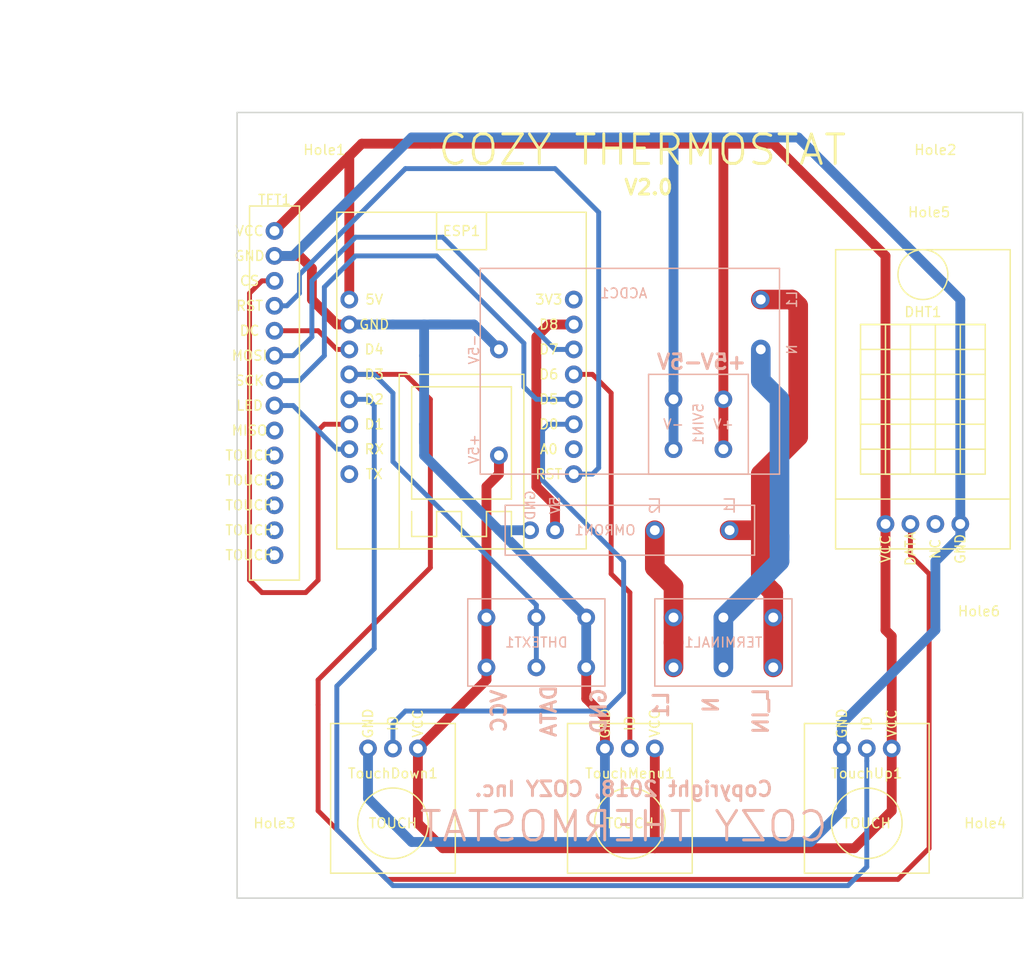
<source format=kicad_pcb>
(kicad_pcb (version 20171130) (host pcbnew "(5.0.1)-3")

  (general
    (thickness 1.6)
    (drawings 22)
    (tracks 191)
    (zones 0)
    (modules 17)
    (nets 27)
  )

  (page A4)
  (layers
    (0 F.Cu signal hide)
    (31 B.Cu signal hide)
    (32 B.Adhes user)
    (33 F.Adhes user hide)
    (34 B.Paste user)
    (35 F.Paste user)
    (36 B.SilkS user)
    (37 F.SilkS user)
    (38 B.Mask user)
    (39 F.Mask user)
    (40 Dwgs.User user)
    (41 Cmts.User user)
    (42 Eco1.User user)
    (43 Eco2.User user)
    (44 Edge.Cuts user)
    (45 Margin user)
    (46 B.CrtYd user)
    (47 F.CrtYd user)
    (48 B.Fab user hide)
    (49 F.Fab user hide)
  )

  (setup
    (last_trace_width 0.2)
    (trace_clearance 0.2)
    (zone_clearance 0.508)
    (zone_45_only no)
    (trace_min 0.2)
    (segment_width 0.2)
    (edge_width 0.15)
    (via_size 0.8)
    (via_drill 0.4)
    (via_min_size 0.4)
    (via_min_drill 0.3)
    (uvia_size 0.3)
    (uvia_drill 0.1)
    (uvias_allowed no)
    (uvia_min_size 0.2)
    (uvia_min_drill 0.1)
    (pcb_text_width 0.3)
    (pcb_text_size 1.5 1.5)
    (mod_edge_width 0.15)
    (mod_text_size 1 1)
    (mod_text_width 0.15)
    (pad_size 1.8 1.8)
    (pad_drill 1)
    (pad_to_mask_clearance 0.051)
    (solder_mask_min_width 0.25)
    (aux_axis_origin 0 0)
    (visible_elements 7FFFFFFF)
    (pcbplotparams
      (layerselection 0x010fc_ffffffff)
      (usegerberextensions false)
      (usegerberattributes false)
      (usegerberadvancedattributes false)
      (creategerberjobfile false)
      (excludeedgelayer true)
      (linewidth 0.100000)
      (plotframeref false)
      (viasonmask false)
      (mode 1)
      (useauxorigin false)
      (hpglpennumber 1)
      (hpglpenspeed 20)
      (hpglpendiameter 15.000000)
      (psnegative false)
      (psa4output false)
      (plotreference true)
      (plotvalue true)
      (plotinvisibletext false)
      (padsonsilk false)
      (subtractmaskfromsilk false)
      (outputformat 1)
      (mirror false)
      (drillshape 0)
      (scaleselection 1)
      (outputdirectory "ThermostatGerber/"))
  )

  (net 0 "")
  (net 1 "Net-(ESP1-Pad1)")
  (net 2 "Net-(ESP1-Pad2)")
  (net 3 "Net-(ESP1-Pad3)")
  (net 4 "Net-(ESP1-Pad4)")
  (net 5 "Net-(DHT1-Pad2)")
  (net 6 "Net-(ESP1-Pad6)")
  (net 7 "Net-(ESP1-Pad9)")
  (net 8 "Net-(ESP1-Pad10)")
  (net 9 "Net-(ESP1-Pad11)")
  (net 10 "Net-(ESP1-Pad12)")
  (net 11 "Net-(ESP1-Pad13)")
  (net 12 "Net-(ESP1-Pad14)")
  (net 13 "Net-(ESP1-Pad15)")
  (net 14 "Net-(ESP1-Pad16)")
  (net 15 "Net-(TFT1-Pad9)")
  (net 16 "Net-(TFT1-Pad10)")
  (net 17 "Net-(TFT1-Pad11)")
  (net 18 "Net-(TFT1-Pad12)")
  (net 19 "Net-(TFT1-Pad13)")
  (net 20 "Net-(TFT1-Pad14)")
  (net 21 "Net-(DHT1-Pad3)")
  (net 22 "Net-(5VIN1-Pad1)")
  (net 23 "Net-(5VIN1-Pad2)")
  (net 24 "Net-(ACDC1-Pad2)")
  (net 25 "Net-(ACDC1-Pad1)")
  (net 26 "Net-(OMRON1-Pad2)")

  (net_class Default "This is the default net class."
    (clearance 0.2)
    (trace_width 0.2)
    (via_dia 0.8)
    (via_drill 0.4)
    (uvia_dia 0.3)
    (uvia_drill 0.1)
    (add_net "Net-(5VIN1-Pad1)")
    (add_net "Net-(5VIN1-Pad2)")
    (add_net "Net-(ACDC1-Pad1)")
    (add_net "Net-(ACDC1-Pad2)")
    (add_net "Net-(DHT1-Pad2)")
    (add_net "Net-(DHT1-Pad3)")
    (add_net "Net-(ESP1-Pad1)")
    (add_net "Net-(ESP1-Pad10)")
    (add_net "Net-(ESP1-Pad11)")
    (add_net "Net-(ESP1-Pad12)")
    (add_net "Net-(ESP1-Pad13)")
    (add_net "Net-(ESP1-Pad14)")
    (add_net "Net-(ESP1-Pad15)")
    (add_net "Net-(ESP1-Pad16)")
    (add_net "Net-(ESP1-Pad2)")
    (add_net "Net-(ESP1-Pad3)")
    (add_net "Net-(ESP1-Pad4)")
    (add_net "Net-(ESP1-Pad6)")
    (add_net "Net-(ESP1-Pad9)")
    (add_net "Net-(OMRON1-Pad2)")
    (add_net "Net-(TFT1-Pad10)")
    (add_net "Net-(TFT1-Pad11)")
    (add_net "Net-(TFT1-Pad12)")
    (add_net "Net-(TFT1-Pad13)")
    (add_net "Net-(TFT1-Pad14)")
    (add_net "Net-(TFT1-Pad9)")
  )

  (module CUSTOMDEVICES:SCREWLESSTERMINAL504MM (layer B.Cu) (tedit 5BF70D20) (tstamp 5BEA5B2F)
    (at 154.94 92.075 180)
    (path /5BDE51A2)
    (fp_text reference 5VIN1 (at -2.54 0 270) (layer B.SilkS)
      (effects (font (size 1 1) (thickness 0.15)) (justify mirror))
    )
    (fp_text value SCREWLESSTERM5MM (at 0 7.62 180) (layer B.Fab)
      (effects (font (size 1 1) (thickness 0.15)) (justify mirror))
    )
    (fp_text user -V (at 0 0 180) (layer B.SilkS)
      (effects (font (size 1 1) (thickness 0.15)) (justify mirror))
    )
    (fp_text user +V (at -5.08 0 180) (layer B.SilkS)
      (effects (font (size 1 1) (thickness 0.15)) (justify mirror))
    )
    (fp_line (start 2.54 5.08) (end 0 5.08) (layer B.SilkS) (width 0.15))
    (fp_line (start 2.54 -5.08) (end 2.54 5.08) (layer B.SilkS) (width 0.15))
    (fp_line (start -7.62 -5.08) (end 2.54 -5.08) (layer B.SilkS) (width 0.15))
    (fp_line (start -7.62 5.08) (end -7.62 -5.08) (layer B.SilkS) (width 0.15))
    (fp_line (start 0 5.08) (end -7.62 5.08) (layer B.SilkS) (width 0.15))
    (pad 1 thru_hole circle (at -5.08 -2.54 180) (size 1.8 1.8) (drill 1) (layers *.Cu *.Mask)
      (net 22 "Net-(5VIN1-Pad1)"))
    (pad 1 thru_hole circle (at -5.08 2.54 180) (size 1.8 1.8) (drill 1) (layers *.Cu *.Mask)
      (net 22 "Net-(5VIN1-Pad1)"))
    (pad 2 thru_hole circle (at 0 -2.54 180) (size 1.8 1.8) (drill 1) (layers *.Cu *.Mask)
      (net 23 "Net-(5VIN1-Pad2)"))
    (pad 2 thru_hole circle (at 0 2.54 180) (size 1.8 1.8) (drill 1) (layers *.Cu *.Mask)
      (net 23 "Net-(5VIN1-Pad2)"))
  )

  (module CUSTOMDEVICES:WeMosD1Mini (layer F.Cu) (tedit 5C150E8A) (tstamp 5BEA5206)
    (at 133.35 86.995 180)
    (path /5BE01E75)
    (fp_text reference ESP1 (at 0 14.605 180) (layer F.SilkS)
      (effects (font (size 1 1) (thickness 0.15)))
    )
    (fp_text value WEMOSD1MINI (at 0 -11.43 180) (layer F.Fab)
      (effects (font (size 1 1) (thickness 0.15)))
    )
    (fp_line (start 2.54 12.7) (end 2.54 16.51) (layer F.SilkS) (width 0.15))
    (fp_line (start -2.54 12.7) (end 2.54 12.7) (layer F.SilkS) (width 0.15))
    (fp_line (start -2.54 16.51) (end -2.54 12.7) (layer F.SilkS) (width 0.15))
    (fp_line (start -5.08 -13.97) (end -5.08 -16.51) (layer F.SilkS) (width 0.15))
    (fp_line (start -2.54 -13.97) (end -5.08 -13.97) (layer F.SilkS) (width 0.15))
    (fp_line (start -2.54 -16.51) (end -2.54 -13.97) (layer F.SilkS) (width 0.15))
    (fp_line (start 0 -16.51) (end -2.54 -16.51) (layer F.SilkS) (width 0.15))
    (fp_line (start 0 -13.97) (end 0 -16.51) (layer F.SilkS) (width 0.15))
    (fp_line (start 2.54 -13.97) (end 0 -13.97) (layer F.SilkS) (width 0.15))
    (fp_line (start 2.54 -16.51) (end 2.54 -13.97) (layer F.SilkS) (width 0.15))
    (fp_line (start 5.08 -16.51) (end 2.54 -16.51) (layer F.SilkS) (width 0.15))
    (fp_line (start 5.08 -13.97) (end 5.08 -16.51) (layer F.SilkS) (width 0.15))
    (fp_line (start -5.08 -12.7) (end -5.08 -11.43) (layer F.SilkS) (width 0.15))
    (fp_line (start 5.08 -12.7) (end -5.08 -12.7) (layer F.SilkS) (width 0.15))
    (fp_line (start 5.08 -1.27) (end 5.08 -12.7) (layer F.SilkS) (width 0.15))
    (fp_line (start -5.08 -1.27) (end 5.08 -1.27) (layer F.SilkS) (width 0.15))
    (fp_line (start -5.08 -11.43) (end -5.08 -1.27) (layer F.SilkS) (width 0.15))
    (fp_line (start 6.35 -17.78) (end -5.08 -17.78) (layer F.SilkS) (width 0.15))
    (fp_line (start 6.35 0) (end 6.35 -17.78) (layer F.SilkS) (width 0.15))
    (fp_line (start 5.08 0) (end 6.35 0) (layer F.SilkS) (width 0.15))
    (fp_line (start -6.35 0) (end 5.08 0) (layer F.SilkS) (width 0.15))
    (fp_line (start -6.35 -17.78) (end -6.35 0) (layer F.SilkS) (width 0.15))
    (fp_text user 3V3 (at -8.89 7.62 180) (layer F.SilkS)
      (effects (font (size 1 1) (thickness 0.15)))
    )
    (fp_text user D8 (at -8.89 5.08 180) (layer F.SilkS)
      (effects (font (size 1 1) (thickness 0.15)))
    )
    (fp_text user D7 (at -8.89 2.54 180) (layer F.SilkS)
      (effects (font (size 1 1) (thickness 0.15)))
    )
    (fp_text user D6 (at -8.89 0 180) (layer F.SilkS)
      (effects (font (size 1 1) (thickness 0.15)))
    )
    (fp_text user D5 (at -8.89 -2.54 180) (layer F.SilkS)
      (effects (font (size 1 1) (thickness 0.15)))
    )
    (fp_text user D0 (at -8.89 -5.08 180) (layer F.SilkS)
      (effects (font (size 1 1) (thickness 0.15)))
    )
    (fp_text user A0 (at -8.89 -7.62 180) (layer F.SilkS)
      (effects (font (size 1 1) (thickness 0.15)))
    )
    (fp_text user RST (at -8.89 -10.16 180) (layer F.SilkS)
      (effects (font (size 1 1) (thickness 0.15)))
    )
    (fp_text user 5V (at 8.89 7.62 180) (layer F.SilkS)
      (effects (font (size 1 1) (thickness 0.15)))
    )
    (fp_text user GND (at 8.89 5.08 180) (layer F.SilkS)
      (effects (font (size 1 1) (thickness 0.15)))
    )
    (fp_text user D4 (at 8.89 2.54 180) (layer F.SilkS)
      (effects (font (size 1 1) (thickness 0.15)))
    )
    (fp_text user D3 (at 8.89 0 180) (layer F.SilkS)
      (effects (font (size 1 1) (thickness 0.15)))
    )
    (fp_text user D2 (at 8.89 -2.54 180) (layer F.SilkS)
      (effects (font (size 1 1) (thickness 0.15)))
    )
    (fp_text user D1 (at 8.89 -5.08 180) (layer F.SilkS)
      (effects (font (size 1 1) (thickness 0.15)))
    )
    (fp_text user RX (at 8.89 -7.62 180) (layer F.SilkS)
      (effects (font (size 1 1) (thickness 0.15)))
    )
    (fp_text user TX (at 8.89 -10.16 180) (layer F.SilkS)
      (effects (font (size 1 1) (thickness 0.15)))
    )
    (fp_line (start -12.7 16.51) (end -12.7 -17.78) (layer F.SilkS) (width 0.15))
    (fp_line (start 12.7 16.51) (end -12.7 16.51) (layer F.SilkS) (width 0.15))
    (fp_line (start 12.7 -17.78) (end 12.7 16.51) (layer F.SilkS) (width 0.15))
    (fp_line (start -12.7 -17.78) (end 12.7 -17.78) (layer F.SilkS) (width 0.15))
    (pad 16 thru_hole circle (at -11.43 7.62 180) (size 1.8 1.8) (drill 1) (layers *.Cu *.Mask)
      (net 14 "Net-(ESP1-Pad16)"))
    (pad 15 thru_hole circle (at -11.43 5.08 180) (size 1.8 1.8) (drill 1) (layers *.Cu *.Mask)
      (net 13 "Net-(ESP1-Pad15)"))
    (pad 14 thru_hole circle (at -11.43 2.54 180) (size 1.8 1.8) (drill 1) (layers *.Cu *.Mask)
      (net 12 "Net-(ESP1-Pad14)"))
    (pad 13 thru_hole circle (at -11.43 0 180) (size 1.8 1.8) (drill 1) (layers *.Cu *.Mask)
      (net 11 "Net-(ESP1-Pad13)"))
    (pad 12 thru_hole circle (at -11.43 -2.54 180) (size 1.8 1.8) (drill 1) (layers *.Cu *.Mask)
      (net 10 "Net-(ESP1-Pad12)"))
    (pad 11 thru_hole circle (at -11.43 -5.08 180) (size 1.8 1.8) (drill 1) (layers *.Cu *.Mask)
      (net 9 "Net-(ESP1-Pad11)"))
    (pad 10 thru_hole circle (at -11.43 -7.62 180) (size 1.8 1.8) (drill 1) (layers *.Cu *.Mask)
      (net 8 "Net-(ESP1-Pad10)"))
    (pad 9 thru_hole circle (at -11.43 -10.16 180) (size 1.8 1.8) (drill 1) (layers *.Cu *.Mask)
      (net 7 "Net-(ESP1-Pad9)"))
    (pad 8 thru_hole circle (at 11.43 7.62 180) (size 1.8 1.8) (drill 1) (layers *.Cu *.Mask)
      (net 22 "Net-(5VIN1-Pad1)"))
    (pad 7 thru_hole circle (at 11.43 5.08 180) (size 1.8 1.8) (drill 1) (layers *.Cu *.Mask)
      (net 23 "Net-(5VIN1-Pad2)"))
    (pad 6 thru_hole circle (at 11.43 2.54 180) (size 1.8 1.8) (drill 1) (layers *.Cu *.Mask)
      (net 6 "Net-(ESP1-Pad6)"))
    (pad 5 thru_hole circle (at 11.43 0 180) (size 1.8 1.8) (drill 1) (layers *.Cu *.Mask)
      (net 5 "Net-(DHT1-Pad2)"))
    (pad 4 thru_hole circle (at 11.43 -2.54 180) (size 1.8 1.8) (drill 1) (layers *.Cu *.Mask)
      (net 4 "Net-(ESP1-Pad4)"))
    (pad 3 thru_hole circle (at 11.43 -5.08 180) (size 1.8 1.8) (drill 1) (layers *.Cu *.Mask)
      (net 3 "Net-(ESP1-Pad3)"))
    (pad 2 thru_hole circle (at 11.43 -7.62 180) (size 1.8 1.8) (drill 1) (layers *.Cu *.Mask)
      (net 2 "Net-(ESP1-Pad2)"))
    (pad 1 thru_hole circle (at 11.43 -10.16 180) (size 1.8 1.8) (drill 1) (layers *.Cu *.Mask)
      (net 1 "Net-(ESP1-Pad1)"))
  )

  (module CUSTOMDEVICES:CAPTOUCHFOOT (layer F.Cu) (tedit 5C151504) (tstamp 5BEA52BF)
    (at 150.495 130.175 180)
    (path /5BDC7EA6)
    (fp_text reference TouchMenu1 (at 0 2.54 180) (layer F.SilkS)
      (effects (font (size 1 1) (thickness 0.15)))
    )
    (fp_text value CAPTOUCH (at 0 10.795 180) (layer F.Fab)
      (effects (font (size 1 1) (thickness 0.15)))
    )
    (fp_text user GND (at 2.54 7.62 270) (layer F.SilkS)
      (effects (font (size 1 1) (thickness 0.15)))
    )
    (fp_text user IO (at 0 7.62 90) (layer F.SilkS)
      (effects (font (size 1 1) (thickness 0.15)))
    )
    (fp_text user VCC (at -2.54 7.62 270) (layer F.SilkS)
      (effects (font (size 1 1) (thickness 0.15)))
    )
    (fp_text user TOUCH (at 0 -2.54 180) (layer F.SilkS)
      (effects (font (size 1 1) (thickness 0.15)))
    )
    (fp_circle (center 0 -2.54) (end 2.54 0) (layer F.SilkS) (width 0.15))
    (fp_line (start -6.35 7.62) (end -6.35 -7.62) (layer F.SilkS) (width 0.15))
    (fp_line (start 6.35 7.62) (end -6.35 7.62) (layer F.SilkS) (width 0.15))
    (fp_line (start 6.35 -7.62) (end 6.35 7.62) (layer F.SilkS) (width 0.15))
    (fp_line (start -6.35 -7.62) (end 6.35 -7.62) (layer F.SilkS) (width 0.15))
    (pad 3 thru_hole circle (at 2.54 5.08 180) (size 1.8 1.8) (drill 1) (layers *.Cu *.Mask)
      (net 23 "Net-(5VIN1-Pad2)"))
    (pad 2 thru_hole circle (at 0 5.08 180) (size 1.8 1.8) (drill 1) (layers *.Cu *.Mask)
      (net 11 "Net-(ESP1-Pad13)"))
    (pad 1 thru_hole circle (at -2.54 5.08 180) (size 1.8 1.8) (drill 1) (layers *.Cu *.Mask)
      (net 22 "Net-(5VIN1-Pad1)"))
  )

  (module CUSTOMDEVICES:TERMINAL3PINFOOT (layer B.Cu) (tedit 5C15121B) (tstamp 5C155563)
    (at 140.97 114.3)
    (path /5C164B07)
    (fp_text reference DHTEXT1 (at 0 0) (layer B.SilkS)
      (effects (font (size 1 1) (thickness 0.15)) (justify mirror))
    )
    (fp_text value TERMINAL3PIN (at 0 0.5) (layer B.Fab)
      (effects (font (size 1 1) (thickness 0.15)) (justify mirror))
    )
    (fp_line (start -6.985 -4.445) (end -6.985 4.445) (layer B.SilkS) (width 0.15))
    (fp_line (start 6.985 -4.445) (end -6.985 -4.445) (layer B.SilkS) (width 0.15))
    (fp_line (start 6.985 4.445) (end 6.985 -4.445) (layer B.SilkS) (width 0.15))
    (fp_line (start -6.985 4.445) (end 6.985 4.445) (layer B.SilkS) (width 0.15))
    (pad 3 thru_hole circle (at 5.08 2.54) (size 1.8 1.8) (drill 1) (layers *.Cu *.Mask)
      (net 23 "Net-(5VIN1-Pad2)"))
    (pad 2 thru_hole circle (at 0 2.54) (size 1.8 1.8) (drill 1) (layers *.Cu *.Mask)
      (net 5 "Net-(DHT1-Pad2)"))
    (pad 1 thru_hole circle (at -5.08 2.54) (size 1.8 1.8) (drill 1) (layers *.Cu *.Mask)
      (net 22 "Net-(5VIN1-Pad1)"))
    (pad 3 thru_hole circle (at 5.08 -2.54) (size 1.8 1.8) (drill 1) (layers *.Cu *.Mask)
      (net 23 "Net-(5VIN1-Pad2)"))
    (pad 2 thru_hole circle (at 0 -2.54) (size 1.8 1.8) (drill 1) (layers *.Cu *.Mask)
      (net 5 "Net-(DHT1-Pad2)"))
    (pad 1 thru_hole circle (at -5.08 -2.54) (size 1.8 1.8) (drill 1) (layers *.Cu *.Mask)
      (net 22 "Net-(5VIN1-Pad1)"))
  )

  (module CUSTOMDEVICES:TERMINAL3PINFOOT (layer B.Cu) (tedit 5C15121B) (tstamp 5C152B0B)
    (at 160.02 114.3)
    (path /5C15ABDB)
    (fp_text reference TERMINAL1 (at 0 0) (layer B.SilkS)
      (effects (font (size 1 1) (thickness 0.15)) (justify mirror))
    )
    (fp_text value TERMINAL3PIN (at 0 0.5) (layer B.Fab)
      (effects (font (size 1 1) (thickness 0.15)) (justify mirror))
    )
    (fp_line (start -6.985 -4.445) (end -6.985 4.445) (layer B.SilkS) (width 0.15))
    (fp_line (start 6.985 -4.445) (end -6.985 -4.445) (layer B.SilkS) (width 0.15))
    (fp_line (start 6.985 4.445) (end 6.985 -4.445) (layer B.SilkS) (width 0.15))
    (fp_line (start -6.985 4.445) (end 6.985 4.445) (layer B.SilkS) (width 0.15))
    (pad 3 thru_hole circle (at 5.08 2.54) (size 1.8 1.8) (drill 1) (layers *.Cu *.Mask)
      (net 24 "Net-(ACDC1-Pad2)"))
    (pad 2 thru_hole circle (at 0 2.54) (size 1.8 1.8) (drill 1) (layers *.Cu *.Mask)
      (net 25 "Net-(ACDC1-Pad1)"))
    (pad 1 thru_hole circle (at -5.08 2.54) (size 1.8 1.8) (drill 1) (layers *.Cu *.Mask)
      (net 26 "Net-(OMRON1-Pad2)"))
    (pad 3 thru_hole circle (at 5.08 -2.54) (size 1.8 1.8) (drill 1) (layers *.Cu *.Mask)
      (net 24 "Net-(ACDC1-Pad2)"))
    (pad 2 thru_hole circle (at 0 -2.54) (size 1.8 1.8) (drill 1) (layers *.Cu *.Mask)
      (net 25 "Net-(ACDC1-Pad1)"))
    (pad 1 thru_hole circle (at -5.08 -2.54) (size 1.8 1.8) (drill 1) (layers *.Cu *.Mask)
      (net 26 "Net-(OMRON1-Pad2)"))
  )

  (module CUSTOMDEVICES:ACDC5VFOOT (layer B.Cu) (tedit 5C1E3408) (tstamp 5BE8276D)
    (at 157.48 86.995 90)
    (path /5BE8364D)
    (fp_text reference ACDC1 (at 8.255 -7.62 180) (layer B.SilkS)
      (effects (font (size 1 1) (thickness 0.15)) (justify mirror))
    )
    (fp_text value ACDV5V (at 10.795 -6.985 90) (layer B.Fab)
      (effects (font (size 1 1) (thickness 0.15)) (justify mirror))
    )
    (fp_text user -5V (at 2.54 -22.86 90) (layer B.SilkS)
      (effects (font (size 1 1) (thickness 0.15)) (justify mirror))
    )
    (fp_text user +5V (at -7.62 -22.86 270) (layer B.SilkS)
      (effects (font (size 1 1) (thickness 0.15)) (justify mirror))
    )
    (fp_text user N (at 2.54 9.525 90) (layer B.SilkS)
      (effects (font (size 1 1) (thickness 0.15)) (justify mirror))
    )
    (fp_text user L1 (at 7.62 9.525 90) (layer B.SilkS)
      (effects (font (size 1 1) (thickness 0.15)) (justify mirror))
    )
    (fp_line (start 10.795 -22.225) (end 10.795 8.255) (layer B.SilkS) (width 0.15))
    (fp_line (start -10.16 -22.225) (end 10.795 -22.225) (layer B.SilkS) (width 0.15))
    (fp_line (start -10.16 8.255) (end -10.16 -22.225) (layer B.SilkS) (width 0.15))
    (fp_line (start 10.795 8.255) (end -10.16 8.255) (layer B.SilkS) (width 0.15))
    (pad 3 thru_hole circle (at 2.54 -20.32 90) (size 1.8 1.8) (drill 1) (layers *.Cu *.Mask)
      (net 23 "Net-(5VIN1-Pad2)"))
    (pad 4 thru_hole circle (at -8.255 -20.32 90) (size 1.8 1.8) (drill 1) (layers *.Cu *.Mask)
      (net 22 "Net-(5VIN1-Pad1)"))
    (pad 1 thru_hole circle (at 2.54 6.35 90) (size 1.8 1.8) (drill 1) (layers *.Cu *.Mask)
      (net 25 "Net-(ACDC1-Pad1)"))
    (pad 2 thru_hole circle (at 7.62 6.35 90) (size 1.8 1.8) (drill 1) (layers *.Cu *.Mask)
      (net 24 "Net-(ACDC1-Pad2)"))
  )

  (module MountingHole:MountingHole_3.2mm_M3 (layer F.Cu) (tedit 56D1B4CB) (tstamp 5BE81C72)
    (at 186.055 107.315)
    (descr "Mounting Hole 3.2mm, no annular, M3")
    (tags "mounting hole 3.2mm no annular m3")
    (path /5BE6F87E)
    (attr virtual)
    (fp_text reference Hole6 (at 0 3.81) (layer F.SilkS)
      (effects (font (size 1 1) (thickness 0.15)))
    )
    (fp_text value MountingHole (at 0 4.2) (layer F.Fab)
      (effects (font (size 1 1) (thickness 0.15)))
    )
    (fp_circle (center 0 0) (end 3.45 0) (layer F.CrtYd) (width 0.05))
    (fp_circle (center 0 0) (end 3.2 0) (layer Cmts.User) (width 0.15))
    (fp_text user %R (at 0.3 0) (layer F.Fab)
      (effects (font (size 1 1) (thickness 0.15)))
    )
    (pad 1 np_thru_hole circle (at 0 0) (size 3.2 3.2) (drill 3.2) (layers *.Cu *.Mask))
  )

  (module MountingHole:MountingHole_3.2mm_M3 (layer F.Cu) (tedit 56D1B4CB) (tstamp 5BE81C6A)
    (at 186.055 70.485)
    (descr "Mounting Hole 3.2mm, no annular, M3")
    (tags "mounting hole 3.2mm no annular m3")
    (path /5BE6F82C)
    (attr virtual)
    (fp_text reference Hole5 (at -5.08 0 180) (layer F.SilkS)
      (effects (font (size 1 1) (thickness 0.15)))
    )
    (fp_text value MountingHole (at 0 4.2) (layer F.Fab)
      (effects (font (size 1 1) (thickness 0.15)))
    )
    (fp_circle (center 0 0) (end 3.45 0) (layer F.CrtYd) (width 0.05))
    (fp_circle (center 0 0) (end 3.2 0) (layer Cmts.User) (width 0.15))
    (fp_text user %R (at 0.3 0) (layer F.Fab)
      (effects (font (size 1 1) (thickness 0.15)))
    )
    (pad 1 np_thru_hole circle (at 0 0) (size 3.2 3.2) (drill 3.2) (layers *.Cu *.Mask))
  )

  (module CUSTOMDEVICES:CAPTOUCHFOOT (layer F.Cu) (tedit 5C151504) (tstamp 5BEA52CF)
    (at 174.625 130.175 180)
    (path /5BDC7E6F)
    (fp_text reference TouchUp1 (at 0 2.54 180) (layer F.SilkS)
      (effects (font (size 1 1) (thickness 0.15)))
    )
    (fp_text value CAPTOUCH (at 0 10.16 180) (layer F.Fab)
      (effects (font (size 1 1) (thickness 0.15)))
    )
    (fp_text user GND (at 2.54 7.62 270) (layer F.SilkS)
      (effects (font (size 1 1) (thickness 0.15)))
    )
    (fp_text user IO (at 0 7.62 90) (layer F.SilkS)
      (effects (font (size 1 1) (thickness 0.15)))
    )
    (fp_text user VCC (at -2.54 7.62 270) (layer F.SilkS)
      (effects (font (size 1 1) (thickness 0.15)))
    )
    (fp_text user TOUCH (at 0 -2.54 180) (layer F.SilkS)
      (effects (font (size 1 1) (thickness 0.15)))
    )
    (fp_circle (center 0 -2.54) (end 2.54 0) (layer F.SilkS) (width 0.15))
    (fp_line (start -6.35 7.62) (end -6.35 -7.62) (layer F.SilkS) (width 0.15))
    (fp_line (start 6.35 7.62) (end -6.35 7.62) (layer F.SilkS) (width 0.15))
    (fp_line (start 6.35 -7.62) (end 6.35 7.62) (layer F.SilkS) (width 0.15))
    (fp_line (start -6.35 -7.62) (end 6.35 -7.62) (layer F.SilkS) (width 0.15))
    (pad 3 thru_hole circle (at 2.54 5.08 180) (size 1.8 1.8) (drill 1) (layers *.Cu *.Mask)
      (net 23 "Net-(5VIN1-Pad2)"))
    (pad 2 thru_hole circle (at 0 5.08 180) (size 1.8 1.8) (drill 1) (layers *.Cu *.Mask)
      (net 4 "Net-(ESP1-Pad4)"))
    (pad 1 thru_hole circle (at -2.54 5.08 180) (size 1.8 1.8) (drill 1) (layers *.Cu *.Mask)
      (net 22 "Net-(5VIN1-Pad1)"))
  )

  (module MountingHole:MountingHole_3.2mm_M3 (layer F.Cu) (tedit 56D1B4CB) (tstamp 5BEA6FDF)
    (at 186.69 136.525)
    (descr "Mounting Hole 3.2mm, no annular, M3")
    (tags "mounting hole 3.2mm no annular m3")
    (path /5BE259D8)
    (attr virtual)
    (fp_text reference Hole4 (at 0 -3.81) (layer F.SilkS)
      (effects (font (size 1 1) (thickness 0.15)))
    )
    (fp_text value MountingHole (at -1.905 -3.81) (layer F.Fab)
      (effects (font (size 1 1) (thickness 0.15)))
    )
    (fp_circle (center 0 0) (end 3.45 0) (layer F.CrtYd) (width 0.05))
    (fp_circle (center 0 0) (end 3.2 0) (layer Cmts.User) (width 0.15))
    (fp_text user %R (at 0.3 0) (layer F.Fab)
      (effects (font (size 1 1) (thickness 0.15)))
    )
    (pad 1 np_thru_hole circle (at 0 0) (size 3.2 3.2) (drill 3.2) (layers *.Cu *.Mask))
  )

  (module MountingHole:MountingHole_3.2mm_M3 (layer F.Cu) (tedit 56D1B4CB) (tstamp 5BEA6FD7)
    (at 114.3 136.525)
    (descr "Mounting Hole 3.2mm, no annular, M3")
    (tags "mounting hole 3.2mm no annular m3")
    (path /5BE25A71)
    (attr virtual)
    (fp_text reference Hole3 (at 0 -3.81) (layer F.SilkS)
      (effects (font (size 1 1) (thickness 0.15)))
    )
    (fp_text value MountingHole (at 1.27 -3.81) (layer F.Fab)
      (effects (font (size 1 1) (thickness 0.15)))
    )
    (fp_circle (center 0 0) (end 3.45 0) (layer F.CrtYd) (width 0.05))
    (fp_circle (center 0 0) (end 3.2 0) (layer Cmts.User) (width 0.15))
    (fp_text user %R (at 0.3 0) (layer F.Fab)
      (effects (font (size 1 1) (thickness 0.15)))
    )
    (pad 1 np_thru_hole circle (at 0 0) (size 3.2 3.2) (drill 3.2) (layers *.Cu *.Mask))
  )

  (module MountingHole:MountingHole_3.2mm_M3 (layer F.Cu) (tedit 56D1B4CB) (tstamp 5BEA6FCF)
    (at 186.69 64.135)
    (descr "Mounting Hole 3.2mm, no annular, M3")
    (tags "mounting hole 3.2mm no annular m3")
    (path /5BE25A15)
    (attr virtual)
    (fp_text reference Hole2 (at -5.08 0) (layer F.SilkS)
      (effects (font (size 1 1) (thickness 0.15)))
    )
    (fp_text value MountingHole (at -5.08 6.985 90) (layer F.Fab)
      (effects (font (size 1 1) (thickness 0.15)))
    )
    (fp_circle (center 0 0) (end 3.45 0) (layer F.CrtYd) (width 0.05))
    (fp_circle (center 0 0) (end 3.2 0) (layer Cmts.User) (width 0.15))
    (fp_text user %R (at 0.3 0) (layer F.Fab)
      (effects (font (size 1 1) (thickness 0.15)))
    )
    (pad 1 np_thru_hole circle (at 0 0) (size 3.2 3.2) (drill 3.2) (layers *.Cu *.Mask))
  )

  (module MountingHole:MountingHole_3.2mm_M3 (layer F.Cu) (tedit 56D1B4CB) (tstamp 5BEA6FC7)
    (at 114.3 64.135)
    (descr "Mounting Hole 3.2mm, no annular, M3")
    (tags "mounting hole 3.2mm no annular m3")
    (path /5BE258DF)
    (attr virtual)
    (fp_text reference Hole1 (at 5.08 0) (layer F.SilkS)
      (effects (font (size 1 1) (thickness 0.15)))
    )
    (fp_text value MountingHole (at 1.27 4.2) (layer F.Fab)
      (effects (font (size 1 1) (thickness 0.15)))
    )
    (fp_circle (center 0 0) (end 3.45 0) (layer F.CrtYd) (width 0.05))
    (fp_circle (center 0 0) (end 3.2 0) (layer Cmts.User) (width 0.15))
    (fp_text user %R (at 0.3 0) (layer F.Fab)
      (effects (font (size 1 1) (thickness 0.15)))
    )
    (pad 1 np_thru_hole circle (at 0 0) (size 3.2 3.2) (drill 3.2) (layers *.Cu *.Mask))
  )

  (module CUSTOMDEVICES:DHT22FOOT (layer F.Cu) (tedit 5C151466) (tstamp 5BEA529F)
    (at 181.61 89.535)
    (path /5BDC7DEF)
    (fp_text reference DHT1 (at -1.27 -8.89) (layer F.SilkS)
      (effects (font (size 1 1) (thickness 0.15)))
    )
    (fp_text value DHT22 (at 0 -0.5) (layer F.Fab)
      (effects (font (size 1 1) (thickness 0.15)))
    )
    (fp_text user GND (at 2.54 15.24 90) (layer F.SilkS)
      (effects (font (size 1 1) (thickness 0.15)))
    )
    (fp_text user NC (at 0 15.24 90) (layer F.SilkS)
      (effects (font (size 1 1) (thickness 0.15)))
    )
    (fp_text user DATA (at -2.54 15.24 90) (layer F.SilkS)
      (effects (font (size 1 1) (thickness 0.15)))
    )
    (fp_text user VCC (at -5.08 15.24 90) (layer F.SilkS)
      (effects (font (size 1 1) (thickness 0.15)))
    )
    (fp_line (start 2.54 7.62) (end 2.54 -7.62) (layer F.SilkS) (width 0.15))
    (fp_line (start 0 7.62) (end 2.54 7.62) (layer F.SilkS) (width 0.15))
    (fp_line (start 0 -7.62) (end 0 7.62) (layer F.SilkS) (width 0.15))
    (fp_line (start -2.54 -7.62) (end 0 -7.62) (layer F.SilkS) (width 0.15))
    (fp_line (start -2.54 7.62) (end -2.54 -7.62) (layer F.SilkS) (width 0.15))
    (fp_line (start -5.08 7.62) (end -2.54 7.62) (layer F.SilkS) (width 0.15))
    (fp_line (start -5.08 -7.62) (end -5.08 7.62) (layer F.SilkS) (width 0.15))
    (fp_line (start -7.62 -7.62) (end -7.62 5.08) (layer F.SilkS) (width 0.15))
    (fp_line (start 5.08 -7.62) (end -7.62 -7.62) (layer F.SilkS) (width 0.15))
    (fp_line (start 5.08 7.62) (end 5.08 -7.62) (layer F.SilkS) (width 0.15))
    (fp_line (start -7.62 7.62) (end 5.08 7.62) (layer F.SilkS) (width 0.15))
    (fp_line (start -7.62 5.08) (end -7.62 7.62) (layer F.SilkS) (width 0.15))
    (fp_line (start 5.08 5.08) (end -7.62 5.08) (layer F.SilkS) (width 0.15))
    (fp_line (start 5.08 2.54) (end 5.08 5.08) (layer F.SilkS) (width 0.15))
    (fp_line (start -7.62 2.54) (end 5.08 2.54) (layer F.SilkS) (width 0.15))
    (fp_line (start -7.62 0) (end -7.62 2.54) (layer F.SilkS) (width 0.15))
    (fp_line (start 5.08 0) (end -7.62 0) (layer F.SilkS) (width 0.15))
    (fp_line (start 5.08 -2.54) (end 5.08 0) (layer F.SilkS) (width 0.15))
    (fp_line (start -7.62 -2.54) (end 5.08 -2.54) (layer F.SilkS) (width 0.15))
    (fp_line (start -7.62 -5.08) (end -7.62 -2.54) (layer F.SilkS) (width 0.15))
    (fp_line (start 5.08 -5.08) (end -7.62 -5.08) (layer F.SilkS) (width 0.15))
    (fp_line (start 5.08 -7.62) (end 5.08 -5.08) (layer F.SilkS) (width 0.15))
    (fp_line (start -7.62 -7.62) (end 5.08 -7.62) (layer F.SilkS) (width 0.15))
    (fp_circle (center -1.27 -12.7) (end -1.27 -10.16) (layer F.SilkS) (width 0.15))
    (fp_line (start 7.62 15.24) (end 7.62 10.16) (layer F.SilkS) (width 0.15))
    (fp_line (start -10.16 15.24) (end 7.62 15.24) (layer F.SilkS) (width 0.15))
    (fp_line (start -10.16 10.16) (end -10.16 15.24) (layer F.SilkS) (width 0.15))
    (fp_line (start -10.16 10.16) (end -10.16 -15.24) (layer F.SilkS) (width 0.15))
    (fp_line (start 7.62 10.16) (end -10.16 10.16) (layer F.SilkS) (width 0.15))
    (fp_line (start 7.62 -15.24) (end 7.62 10.16) (layer F.SilkS) (width 0.15))
    (fp_line (start -10.16 -15.24) (end 7.62 -15.24) (layer F.SilkS) (width 0.15))
    (pad 4 thru_hole circle (at 2.54 12.7) (size 1.8 1.8) (drill 1) (layers *.Cu *.Mask)
      (net 23 "Net-(5VIN1-Pad2)"))
    (pad 3 thru_hole circle (at 0 12.7) (size 1.8 1.8) (drill 1) (layers *.Cu *.Mask)
      (net 21 "Net-(DHT1-Pad3)"))
    (pad 2 thru_hole circle (at -2.54 12.7) (size 1.8 1.8) (drill 1) (layers *.Cu *.Mask)
      (net 5 "Net-(DHT1-Pad2)"))
    (pad 1 thru_hole circle (at -5.08 12.7) (size 1.8 1.8) (drill 1) (layers *.Cu *.Mask)
      (net 22 "Net-(5VIN1-Pad1)"))
  )

  (module CUSTOMDEVICES:CAPTOUCHFOOT (layer F.Cu) (tedit 5C151504) (tstamp 5BEA52AF)
    (at 126.365 130.175 180)
    (path /5BDC7ED6)
    (fp_text reference TouchDown1 (at 0 2.54 180) (layer F.SilkS)
      (effects (font (size 1 1) (thickness 0.15)))
    )
    (fp_text value CAPTOUCH (at 0 10.16 180) (layer F.Fab)
      (effects (font (size 1 1) (thickness 0.15)))
    )
    (fp_text user GND (at 2.54 7.62 270) (layer F.SilkS)
      (effects (font (size 1 1) (thickness 0.15)))
    )
    (fp_text user IO (at 0 7.62 90) (layer F.SilkS)
      (effects (font (size 1 1) (thickness 0.15)))
    )
    (fp_text user VCC (at -2.54 7.62 270) (layer F.SilkS)
      (effects (font (size 1 1) (thickness 0.15)))
    )
    (fp_text user TOUCH (at 0 -2.54 180) (layer F.SilkS)
      (effects (font (size 1 1) (thickness 0.15)))
    )
    (fp_circle (center 0 -2.54) (end 2.54 0) (layer F.SilkS) (width 0.15))
    (fp_line (start -6.35 7.62) (end -6.35 -7.62) (layer F.SilkS) (width 0.15))
    (fp_line (start 6.35 7.62) (end -6.35 7.62) (layer F.SilkS) (width 0.15))
    (fp_line (start 6.35 -7.62) (end 6.35 7.62) (layer F.SilkS) (width 0.15))
    (fp_line (start -6.35 -7.62) (end 6.35 -7.62) (layer F.SilkS) (width 0.15))
    (pad 3 thru_hole circle (at 2.54 5.08 180) (size 1.8 1.8) (drill 1) (layers *.Cu *.Mask)
      (net 23 "Net-(5VIN1-Pad2)"))
    (pad 2 thru_hole circle (at 0 5.08 180) (size 1.8 1.8) (drill 1) (layers *.Cu *.Mask)
      (net 9 "Net-(ESP1-Pad11)"))
    (pad 1 thru_hole circle (at -2.54 5.08 180) (size 1.8 1.8) (drill 1) (layers *.Cu *.Mask)
      (net 22 "Net-(5VIN1-Pad1)"))
  )

  (module CUSTOMDEVICES:ILI9341TFTFOOT (layer F.Cu) (tedit 5C1514DB) (tstamp 5BEA5274)
    (at 116.84 90.17 180)
    (path /5BDE4A2A)
    (fp_text reference TFT1 (at 2.54 20.955 180) (layer F.SilkS)
      (effects (font (size 1 1) (thickness 0.15)))
    )
    (fp_text value ILI9341TFT (at 2.54 -20.32 180) (layer F.Fab)
      (effects (font (size 1 1) (thickness 0.15)))
    )
    (fp_text user TOUCH (at 5.08 -15.24 180) (layer F.SilkS)
      (effects (font (size 1 1) (thickness 0.15)))
    )
    (fp_text user TOUCH (at 5.08 -12.7 180) (layer F.SilkS)
      (effects (font (size 1 1) (thickness 0.15)))
    )
    (fp_text user TOUCH (at 5.08 -10.16 180) (layer F.SilkS)
      (effects (font (size 1 1) (thickness 0.15)))
    )
    (fp_text user TOUCH (at 5.08 -7.62 180) (layer F.SilkS)
      (effects (font (size 1 1) (thickness 0.15)))
    )
    (fp_text user TOUCH (at 5.08 -5.08 180) (layer F.SilkS)
      (effects (font (size 1 1) (thickness 0.15)))
    )
    (fp_text user MISO (at 5.08 -2.54 180) (layer F.SilkS)
      (effects (font (size 1 1) (thickness 0.15)))
    )
    (fp_text user LED (at 5.08 0 180) (layer F.SilkS)
      (effects (font (size 1 1) (thickness 0.15)))
    )
    (fp_text user SCK (at 5.08 2.54 180) (layer F.SilkS)
      (effects (font (size 1 1) (thickness 0.15)))
    )
    (fp_text user MOSI (at 5.08 5.08 180) (layer F.SilkS)
      (effects (font (size 1 1) (thickness 0.15)))
    )
    (fp_text user DC (at 5.08 7.62 180) (layer F.SilkS)
      (effects (font (size 1 1) (thickness 0.15)))
    )
    (fp_text user RST (at 5.08 10.16 180) (layer F.SilkS)
      (effects (font (size 1 1) (thickness 0.15)))
    )
    (fp_text user CS (at 5.08 12.7 180) (layer F.SilkS)
      (effects (font (size 1 1) (thickness 0.15)))
    )
    (fp_text user GND (at 5.08 15.24 180) (layer F.SilkS)
      (effects (font (size 1 1) (thickness 0.15)))
    )
    (fp_text user VCC (at 5.08 17.78 180) (layer F.SilkS)
      (effects (font (size 1 1) (thickness 0.15)))
    )
    (fp_line (start 5.08 -17.78) (end 0 -17.78) (layer F.SilkS) (width 0.15))
    (fp_line (start 0 20.32) (end 0 -17.78) (layer F.SilkS) (width 0.15))
    (fp_line (start 5.08 20.32) (end 0 20.32) (layer F.SilkS) (width 0.15))
    (fp_line (start 5.08 -17.78) (end 5.08 20.32) (layer F.SilkS) (width 0.15))
    (pad 14 thru_hole circle (at 2.54 -15.24 180) (size 1.8 1.8) (drill 1) (layers *.Cu *.Mask)
      (net 20 "Net-(TFT1-Pad14)"))
    (pad 13 thru_hole circle (at 2.54 -12.7 180) (size 1.8 1.8) (drill 1) (layers *.Cu *.Mask)
      (net 19 "Net-(TFT1-Pad13)"))
    (pad 12 thru_hole circle (at 2.54 -10.16 180) (size 1.8 1.8) (drill 1) (layers *.Cu *.Mask)
      (net 18 "Net-(TFT1-Pad12)"))
    (pad 11 thru_hole circle (at 2.54 -7.62 180) (size 1.8 1.8) (drill 1) (layers *.Cu *.Mask)
      (net 17 "Net-(TFT1-Pad11)"))
    (pad 10 thru_hole circle (at 2.54 -5.08 180) (size 1.8 1.8) (drill 1) (layers *.Cu *.Mask)
      (net 16 "Net-(TFT1-Pad10)"))
    (pad 9 thru_hole circle (at 2.54 -2.54 180) (size 1.8 1.8) (drill 1) (layers *.Cu *.Mask)
      (net 15 "Net-(TFT1-Pad9)"))
    (pad 8 thru_hole circle (at 2.54 0 180) (size 1.8 1.8) (drill 1) (layers *.Cu *.Mask)
      (net 2 "Net-(ESP1-Pad2)"))
    (pad 7 thru_hole circle (at 2.54 2.54 180) (size 1.8 1.8) (drill 1) (layers *.Cu *.Mask)
      (net 10 "Net-(ESP1-Pad12)"))
    (pad 6 thru_hole circle (at 2.54 5.08 180) (size 1.8 1.8) (drill 1) (layers *.Cu *.Mask)
      (net 12 "Net-(ESP1-Pad14)"))
    (pad 5 thru_hole circle (at 2.54 7.62 180) (size 1.8 1.8) (drill 1) (layers *.Cu *.Mask)
      (net 6 "Net-(ESP1-Pad6)"))
    (pad 4 thru_hole circle (at 2.54 10.16 180) (size 1.8 1.8) (drill 1) (layers *.Cu *.Mask)
      (net 7 "Net-(ESP1-Pad9)"))
    (pad 3 thru_hole circle (at 2.54 12.7 180) (size 1.8 1.8) (drill 1) (layers *.Cu *.Mask)
      (net 3 "Net-(ESP1-Pad3)"))
    (pad 2 thru_hole circle (at 2.54 15.24 180) (size 1.8 1.8) (drill 1) (layers *.Cu *.Mask)
      (net 23 "Net-(5VIN1-Pad2)"))
    (pad 1 thru_hole circle (at 2.54 17.78 180) (size 1.8 1.8) (drill 1) (layers *.Cu *.Mask)
      (net 22 "Net-(5VIN1-Pad1)"))
  )

  (module CUSTOMDEVICES:OMRON_G3MB202P_FOOT (layer B.Cu) (tedit 5C15141B) (tstamp 5BEA73DE)
    (at 150.495 102.87 90)
    (path /5BDE4B56)
    (fp_text reference OMRON1 (at 0 -2.54) (layer B.SilkS)
      (effects (font (size 1 1) (thickness 0.15)) (justify mirror))
    )
    (fp_text value OMRON_G3MB202P (at -1.27 -1.27) (layer B.Fab)
      (effects (font (size 1 1) (thickness 0.15)) (justify mirror))
    )
    (fp_text user GND (at 2.54 -10.16 90) (layer B.SilkS)
      (effects (font (size 1 1) (thickness 0.15)) (justify mirror))
    )
    (fp_text user 5V (at 2.54 -7.62 90) (layer B.SilkS)
      (effects (font (size 1 1) (thickness 0.15)) (justify mirror))
    )
    (fp_text user L2 (at 2.54 2.54 90) (layer B.SilkS)
      (effects (font (size 1 1) (thickness 0.15)) (justify mirror))
    )
    (fp_text user L1 (at 2.54 10.16 90) (layer B.SilkS)
      (effects (font (size 1 1) (thickness 0.15)) (justify mirror))
    )
    (fp_line (start 2.54 12.7) (end -2.54 12.7) (layer B.SilkS) (width 0.15))
    (fp_line (start 2.54 -12.7) (end 2.54 12.7) (layer B.SilkS) (width 0.15))
    (fp_line (start -2.54 -12.7) (end 2.54 -12.7) (layer B.SilkS) (width 0.15))
    (fp_line (start -2.54 12.7) (end -2.54 -12.7) (layer B.SilkS) (width 0.15))
    (pad 4 thru_hole circle (at 0 -10.16 90) (size 1.8 1.8) (drill 1) (layers *.Cu *.Mask)
      (net 23 "Net-(5VIN1-Pad2)"))
    (pad 3 thru_hole circle (at 0 -7.62 90) (size 1.8 1.8) (drill 1) (layers *.Cu *.Mask)
      (net 13 "Net-(ESP1-Pad15)"))
    (pad 2 thru_hole circle (at 0 2.54 90) (size 1.8 1.8) (drill 1) (layers *.Cu *.Mask)
      (net 26 "Net-(OMRON1-Pad2)"))
    (pad 1 thru_hole circle (at 0 10.16 90) (size 1.8 1.8) (drill 1) (layers *.Cu *.Mask)
      (net 24 "Net-(ACDC1-Pad2)"))
  )

  (dimension 23.495 (width 0.3) (layer Dwgs.User)
    (gr_text "23.495 mm" (at 122.2375 149.42) (layer Dwgs.User)
      (effects (font (size 1.5 1.5) (thickness 0.3)))
    )
    (feature1 (pts (xy 133.985 113.665) (xy 133.985 147.906421)))
    (feature2 (pts (xy 110.49 113.665) (xy 110.49 147.906421)))
    (crossbar (pts (xy 110.49 147.32) (xy 133.985 147.32)))
    (arrow1a (pts (xy 133.985 147.32) (xy 132.858496 147.906421)))
    (arrow1b (pts (xy 133.985 147.32) (xy 132.858496 146.733579)))
    (arrow2a (pts (xy 110.49 147.32) (xy 111.616504 147.906421)))
    (arrow2b (pts (xy 110.49 147.32) (xy 111.616504 146.733579)))
  )
  (dimension 23.495 (width 0.3) (layer Dwgs.User)
    (gr_text "23.495 mm" (at 178.7525 148.785) (layer Dwgs.User)
      (effects (font (size 1.5 1.5) (thickness 0.3)))
    )
    (feature1 (pts (xy 167.005 114.3) (xy 167.005 147.271421)))
    (feature2 (pts (xy 190.5 114.3) (xy 190.5 147.271421)))
    (crossbar (pts (xy 190.5 146.685) (xy 167.005 146.685)))
    (arrow1a (pts (xy 167.005 146.685) (xy 168.131504 146.098579)))
    (arrow1b (pts (xy 167.005 146.685) (xy 168.131504 147.271421)))
    (arrow2a (pts (xy 190.5 146.685) (xy 189.373496 146.098579)))
    (arrow2b (pts (xy 190.5 146.685) (xy 189.373496 147.271421)))
  )
  (gr_text +5V (at 160.02 85.725) (layer B.SilkS)
    (effects (font (size 1.5 1.5) (thickness 0.3)) (justify mirror))
  )
  (gr_text -5V (at 155.575 85.725) (layer B.SilkS)
    (effects (font (size 1.5 1.5) (thickness 0.3)) (justify mirror))
  )
  (dimension 72.39 (width 0.3) (layer Dwgs.User)
    (gr_text "72.390 mm" (at 99.5 100.33 90) (layer Dwgs.User)
      (effects (font (size 1.5 1.5) (thickness 0.3)))
    )
    (feature1 (pts (xy 114.3 64.135) (xy 101.013579 64.135)))
    (feature2 (pts (xy 114.3 136.525) (xy 101.013579 136.525)))
    (crossbar (pts (xy 101.6 136.525) (xy 101.6 64.135)))
    (arrow1a (pts (xy 101.6 64.135) (xy 102.186421 65.261504)))
    (arrow1b (pts (xy 101.6 64.135) (xy 101.013579 65.261504)))
    (arrow2a (pts (xy 101.6 136.525) (xy 102.186421 135.398496)))
    (arrow2b (pts (xy 101.6 136.525) (xy 101.013579 135.398496)))
  )
  (dimension 72.39 (width 0.3) (layer Dwgs.User)
    (gr_text "72.390 mm" (at 150.495 54.415) (layer Dwgs.User)
      (effects (font (size 1.5 1.5) (thickness 0.3)))
    )
    (feature1 (pts (xy 186.69 64.135) (xy 186.69 55.928579)))
    (feature2 (pts (xy 114.3 64.135) (xy 114.3 55.928579)))
    (crossbar (pts (xy 114.3 56.515) (xy 186.69 56.515)))
    (arrow1a (pts (xy 186.69 56.515) (xy 185.563496 57.101421)))
    (arrow1b (pts (xy 186.69 56.515) (xy 185.563496 55.928579)))
    (arrow2a (pts (xy 114.3 56.515) (xy 115.426504 57.101421)))
    (arrow2b (pts (xy 114.3 56.515) (xy 115.426504 55.928579)))
  )
  (dimension 80.01 (width 0.3) (layer Dwgs.User)
    (gr_text "80.010 mm" (at 150.495 49.97) (layer Dwgs.User)
      (effects (font (size 1.5 1.5) (thickness 0.3)))
    )
    (feature1 (pts (xy 110.49 60.325) (xy 110.49 51.483579)))
    (feature2 (pts (xy 190.5 60.325) (xy 190.5 51.483579)))
    (crossbar (pts (xy 190.5 52.07) (xy 110.49 52.07)))
    (arrow1a (pts (xy 110.49 52.07) (xy 111.616504 51.483579)))
    (arrow1b (pts (xy 110.49 52.07) (xy 111.616504 52.656421)))
    (arrow2a (pts (xy 190.5 52.07) (xy 189.373496 51.483579)))
    (arrow2b (pts (xy 190.5 52.07) (xy 189.373496 52.656421)))
  )
  (dimension 80.01 (width 0.3) (layer Dwgs.User)
    (gr_text "80.010 mm" (at 91.88 100.33 90) (layer Dwgs.User)
      (effects (font (size 1.5 1.5) (thickness 0.3)))
    )
    (feature1 (pts (xy 110.49 60.325) (xy 93.393579 60.325)))
    (feature2 (pts (xy 110.49 140.335) (xy 93.393579 140.335)))
    (crossbar (pts (xy 93.98 140.335) (xy 93.98 60.325)))
    (arrow1a (pts (xy 93.98 60.325) (xy 94.566421 61.451504)))
    (arrow1b (pts (xy 93.98 60.325) (xy 93.393579 61.451504)))
    (arrow2a (pts (xy 93.98 140.335) (xy 94.566421 139.208496)))
    (arrow2b (pts (xy 93.98 140.335) (xy 93.393579 139.208496)))
  )
  (gr_text "COZY THERMOSTAT" (at 149.86 133.035272) (layer B.SilkS) (tstamp 5C1E2E1D)
    (effects (font (size 3 3) (thickness 0.3)) (justify mirror))
  )
  (gr_text "Copyright 2018, COZY Inc." (at 149.86 129.225272) (layer B.SilkS) (tstamp 5C1E2E1C)
    (effects (font (size 1.5 1.5) (thickness 0.3)) (justify mirror))
  )
  (gr_text VCC (at 137.16 121.285 90) (layer B.SilkS)
    (effects (font (size 1.5 1.5) (thickness 0.3)) (justify mirror))
  )
  (gr_text DATA (at 142.24 121.285 90) (layer B.SilkS)
    (effects (font (size 1.5 1.5) (thickness 0.3)) (justify mirror))
  )
  (gr_text GND (at 147.32 121.285 90) (layer B.SilkS)
    (effects (font (size 1.5 1.5) (thickness 0.3)) (justify mirror))
  )
  (gr_text L1 (at 153.67 120.65 90) (layer B.SilkS)
    (effects (font (size 1.5 1.5) (thickness 0.3)) (justify mirror))
  )
  (gr_text N (at 158.75 120.65 90) (layer B.SilkS)
    (effects (font (size 1.5 1.5) (thickness 0.3)) (justify mirror))
  )
  (gr_text L_IN (at 163.83 121.285 90) (layer B.SilkS)
    (effects (font (size 1.5 1.5) (thickness 0.3)) (justify mirror))
  )
  (gr_line (start 110.49 60.325) (end 110.49 140.335) (layer Edge.Cuts) (width 0.15))
  (gr_line (start 190.5 60.325) (end 190.5 140.335) (layer Edge.Cuts) (width 0.15))
  (gr_text V2.0 (at 152.4 67.945) (layer F.SilkS)
    (effects (font (size 1.5 1.5) (thickness 0.3)))
  )
  (gr_text "COZY THERMOSTAT" (at 151.765 64.135) (layer F.SilkS)
    (effects (font (size 3 3) (thickness 0.3)))
  )
  (gr_line (start 190.5 60.325) (end 110.49 60.325) (layer Edge.Cuts) (width 0.15) (tstamp 5BE6B093))
  (gr_line (start 110.49 140.335) (end 190.5 140.335) (layer Edge.Cuts) (width 0.15))

  (segment (start 115.57 90.17) (end 116.205 90.17) (width 0.5) (layer B.Cu) (net 2))
  (segment (start 114.3 90.17) (end 115.57 90.17) (width 0.5) (layer B.Cu) (net 2))
  (segment (start 116.205 90.17) (end 120.65 94.615) (width 0.5) (layer B.Cu) (net 2))
  (segment (start 120.65 94.615) (end 121.92 94.615) (width 0.5) (layer B.Cu) (net 2))
  (segment (start 113.027208 77.47) (end 111.76 78.737208) (width 0.5) (layer F.Cu) (net 3))
  (segment (start 114.3 77.47) (end 113.027208 77.47) (width 0.5) (layer F.Cu) (net 3))
  (segment (start 121.92 92.075) (end 119.38 92.075) (width 0.5) (layer F.Cu) (net 3))
  (segment (start 119.38 92.075) (end 118.745 92.71) (width 0.5) (layer F.Cu) (net 3))
  (segment (start 118.745 92.71) (end 118.745 107.95) (width 0.5) (layer F.Cu) (net 3))
  (segment (start 117.475 109.22) (end 118.745 107.95) (width 0.5) (layer F.Cu) (net 3))
  (segment (start 111.76 78.737208) (end 111.76 107.95) (width 0.5) (layer F.Cu) (net 3))
  (segment (start 117.475 109.22) (end 113.03 109.22) (width 0.5) (layer F.Cu) (net 3))
  (segment (start 111.76 107.95) (end 113.03 109.22) (width 0.5) (layer F.Cu) (net 3))
  (segment (start 174.625 126.367792) (end 174.625 125.095) (width 0.5) (layer B.Cu) (net 4))
  (segment (start 174.625 137.16) (end 174.625 126.367792) (width 0.5) (layer B.Cu) (net 4))
  (segment (start 172.72 139.065) (end 174.625 137.16) (width 0.5) (layer B.Cu) (net 4))
  (segment (start 126.365 139.065) (end 172.72 139.065) (width 0.5) (layer B.Cu) (net 4))
  (segment (start 120.65 118.745) (end 120.65 133.35) (width 0.5) (layer B.Cu) (net 4))
  (segment (start 120.65 133.35) (end 126.365 139.065) (width 0.5) (layer B.Cu) (net 4))
  (segment (start 123.825 89.535) (end 124.46 90.17) (width 0.5) (layer B.Cu) (net 4))
  (segment (start 121.92 89.535) (end 123.825 89.535) (width 0.5) (layer B.Cu) (net 4))
  (segment (start 124.46 90.17) (end 124.46 114.935) (width 0.5) (layer B.Cu) (net 4))
  (segment (start 124.46 114.935) (end 120.65 118.745) (width 0.5) (layer B.Cu) (net 4))
  (segment (start 179.07 102.235) (end 179.07 105.41) (width 0.5) (layer F.Cu) (net 5))
  (segment (start 179.07 105.41) (end 180.975 107.315) (width 0.5) (layer F.Cu) (net 5))
  (segment (start 180.975 135.255) (end 177.8 138.43) (width 0.5) (layer F.Cu) (net 5))
  (segment (start 180.975 107.315) (end 180.975 135.255) (width 0.5) (layer F.Cu) (net 5))
  (segment (start 118.745 118.11) (end 118.745 120.65) (width 0.5) (layer F.Cu) (net 5))
  (segment (start 118.745 131.445) (end 125.73 138.43) (width 0.5) (layer F.Cu) (net 5))
  (segment (start 177.8 138.43) (end 125.73 138.43) (width 0.5) (layer F.Cu) (net 5))
  (segment (start 118.745 131.445) (end 118.745 120.65) (width 0.5) (layer F.Cu) (net 5))
  (segment (start 130.175 89.535) (end 130.175 106.68) (width 0.5) (layer F.Cu) (net 5))
  (segment (start 127.635 86.995) (end 130.175 89.535) (width 0.5) (layer F.Cu) (net 5))
  (segment (start 121.92 86.995) (end 127.635 86.995) (width 0.5) (layer F.Cu) (net 5))
  (segment (start 130.175 106.68) (end 118.745 118.11) (width 0.5) (layer F.Cu) (net 5))
  (segment (start 134.62 104.14) (end 126.365 95.885) (width 0.5) (layer B.Cu) (net 5))
  (segment (start 124.46 86.995) (end 126.365 88.9) (width 0.5) (layer B.Cu) (net 5))
  (segment (start 126.365 95.885) (end 126.365 88.9) (width 0.5) (layer B.Cu) (net 5))
  (segment (start 124.46 86.995) (end 121.92 86.995) (width 0.5) (layer B.Cu) (net 5))
  (segment (start 134.62 104.14) (end 140.97 110.49) (width 0.5) (layer B.Cu) (net 5))
  (segment (start 140.97 110.49) (end 140.97 116.84) (width 0.5) (layer B.Cu) (net 5))
  (segment (start 114.3 82.55) (end 118.745 82.55) (width 0.5) (layer F.Cu) (net 6))
  (segment (start 118.745 82.55) (end 120.65 84.455) (width 0.5) (layer F.Cu) (net 6))
  (segment (start 120.65 84.455) (end 121.92 84.455) (width 0.5) (layer F.Cu) (net 6))
  (segment (start 114.3 80.01) (end 114.935 80.01) (width 0.5) (layer B.Cu) (net 7))
  (segment (start 115.57 80.01) (end 116.84 78.74) (width 0.5) (layer B.Cu) (net 7))
  (segment (start 115.57 80.01) (end 114.935 80.01) (width 0.5) (layer B.Cu) (net 7))
  (segment (start 116.84 78.74) (end 116.84 76.835) (width 0.5) (layer B.Cu) (net 7))
  (segment (start 116.84 76.835) (end 127.635 66.04) (width 0.5) (layer B.Cu) (net 7))
  (segment (start 144.78 97.155) (end 146.685 97.155) (width 0.5) (layer B.Cu) (net 7))
  (segment (start 146.685 97.155) (end 147.32 96.52) (width 0.5) (layer B.Cu) (net 7))
  (segment (start 147.32 96.52) (end 147.32 70.485) (width 0.5) (layer B.Cu) (net 7))
  (segment (start 142.875 66.04) (end 127.635 66.04) (width 0.5) (layer B.Cu) (net 7))
  (segment (start 147.32 70.485) (end 142.875 66.04) (width 0.5) (layer B.Cu) (net 7))
  (segment (start 126.365 122.555) (end 127.635 121.285) (width 0.5) (layer B.Cu) (net 9))
  (segment (start 126.365 125.095) (end 126.365 122.555) (width 0.5) (layer B.Cu) (net 9))
  (segment (start 147.955 121.285) (end 149.86 119.38) (width 0.5) (layer B.Cu) (net 9))
  (segment (start 127.635 121.285) (end 147.955 121.285) (width 0.5) (layer B.Cu) (net 9))
  (segment (start 149.86 106.045) (end 149.225 105.41) (width 0.5) (layer B.Cu) (net 9))
  (segment (start 149.86 106.045) (end 149.86 119.38) (width 0.5) (layer B.Cu) (net 9))
  (segment (start 144.78 92.075) (end 142.24 92.075) (width 0.5) (layer B.Cu) (net 9))
  (segment (start 142.24 92.075) (end 141.605 92.71) (width 0.5) (layer B.Cu) (net 9))
  (segment (start 149.225 105.41) (end 141.605 97.79) (width 0.5) (layer B.Cu) (net 9))
  (segment (start 141.605 92.71) (end 141.605 97.79) (width 0.5) (layer B.Cu) (net 9))
  (segment (start 116.84 87.63) (end 119.38 85.09) (width 0.5) (layer B.Cu) (net 10))
  (segment (start 116.84 87.63) (end 114.3 87.63) (width 0.5) (layer B.Cu) (net 10))
  (segment (start 119.38 85.09) (end 119.38 78.105) (width 0.5) (layer B.Cu) (net 10))
  (segment (start 122.555 74.93) (end 130.81 74.93) (width 0.5) (layer B.Cu) (net 10))
  (segment (start 119.38 78.105) (end 122.555 74.93) (width 0.5) (layer B.Cu) (net 10))
  (segment (start 130.81 74.93) (end 139.7 83.82) (width 0.5) (layer B.Cu) (net 10))
  (segment (start 139.7 83.82) (end 139.7 88.265) (width 0.5) (layer B.Cu) (net 10))
  (segment (start 139.7 88.265) (end 140.97 89.535) (width 0.5) (layer B.Cu) (net 10))
  (segment (start 140.97 89.535) (end 144.78 89.535) (width 0.5) (layer B.Cu) (net 10))
  (segment (start 150.495 125.095) (end 150.495 109.22) (width 0.5) (layer F.Cu) (net 11))
  (segment (start 150.495 109.22) (end 148.59 107.315) (width 0.5) (layer F.Cu) (net 11))
  (segment (start 148.59 107.315) (end 148.59 88.9) (width 0.5) (layer F.Cu) (net 11))
  (segment (start 146.685 86.995) (end 144.78 86.995) (width 0.5) (layer F.Cu) (net 11))
  (segment (start 148.59 88.9) (end 146.685 86.995) (width 0.5) (layer F.Cu) (net 11))
  (segment (start 116.205 85.09) (end 116.84 84.455) (width 0.5) (layer B.Cu) (net 12))
  (segment (start 114.3 85.09) (end 116.205 85.09) (width 0.5) (layer B.Cu) (net 12))
  (segment (start 116.84 84.455) (end 118.11 83.185) (width 0.5) (layer B.Cu) (net 12))
  (segment (start 118.11 83.185) (end 118.11 77.47) (width 0.5) (layer B.Cu) (net 12))
  (segment (start 118.11 77.47) (end 122.555 73.025) (width 0.5) (layer B.Cu) (net 12))
  (segment (start 142.875 84.455) (end 144.78 84.455) (width 0.5) (layer B.Cu) (net 12))
  (segment (start 122.555 73.025) (end 131.445 73.025) (width 0.5) (layer B.Cu) (net 12))
  (segment (start 131.445 73.025) (end 142.875 84.455) (width 0.5) (layer B.Cu) (net 12))
  (segment (start 142.24 81.915) (end 144.78 81.915) (width 1) (layer F.Cu) (net 13))
  (segment (start 140.97 83.185) (end 142.24 81.915) (width 1) (layer F.Cu) (net 13))
  (segment (start 140.97 98.425) (end 140.97 83.185) (width 1) (layer F.Cu) (net 13))
  (segment (start 142.875 102.87) (end 142.875 100.33) (width 1) (layer F.Cu) (net 13))
  (segment (start 142.875 100.33) (end 140.97 98.425) (width 1) (layer F.Cu) (net 13))
  (segment (start 176.53 102.235) (end 176.53 113.03) (width 1) (layer F.Cu) (net 22))
  (segment (start 177.165 113.665) (end 177.165 125.095) (width 1) (layer F.Cu) (net 22))
  (segment (start 176.53 113.03) (end 177.165 113.665) (width 1) (layer F.Cu) (net 22))
  (segment (start 177.165 125.095) (end 177.165 131.445) (width 1) (layer F.Cu) (net 22))
  (segment (start 177.165 131.445) (end 173.355 135.255) (width 1) (layer F.Cu) (net 22))
  (segment (start 131.445 135.255) (end 128.905 132.715) (width 1) (layer F.Cu) (net 22))
  (segment (start 128.905 132.715) (end 128.905 125.095) (width 1) (layer F.Cu) (net 22))
  (segment (start 123.19 63.5) (end 130.175 63.5) (width 1) (layer F.Cu) (net 22))
  (segment (start 153.035 125.095) (end 153.035 135.255) (width 1) (layer F.Cu) (net 22))
  (segment (start 173.355 135.255) (end 153.035 135.255) (width 1) (layer F.Cu) (net 22))
  (segment (start 153.035 135.255) (end 131.445 135.255) (width 1) (layer F.Cu) (net 22))
  (segment (start 176.53 74.93) (end 165.1 63.5) (width 1) (layer F.Cu) (net 22))
  (segment (start 176.53 74.93) (end 176.53 102.235) (width 1) (layer F.Cu) (net 22))
  (segment (start 128.905 125.095) (end 129.804999 124.195001) (width 1) (layer F.Cu) (net 22))
  (segment (start 137.16 95.25) (end 137.16 97.155) (width 1) (layer F.Cu) (net 22))
  (segment (start 130.175 63.5) (end 146.05 63.5) (width 1) (layer F.Cu) (net 22))
  (segment (start 146.05 63.5) (end 147.32 63.5) (width 1) (layer F.Cu) (net 22))
  (segment (start 121.92 79.375) (end 121.92 64.77) (width 1) (layer F.Cu) (net 22))
  (segment (start 114.3 72.39) (end 121.92 64.77) (width 1) (layer F.Cu) (net 22))
  (segment (start 121.92 64.77) (end 123.19 63.5) (width 1) (layer F.Cu) (net 22))
  (segment (start 160.02 94.615) (end 160.02 89.535) (width 1) (layer F.Cu) (net 22))
  (segment (start 160.02 89.535) (end 160.02 63.5) (width 1) (layer F.Cu) (net 22))
  (segment (start 147.32 63.5) (end 160.02 63.5) (width 1) (layer F.Cu) (net 22))
  (segment (start 160.02 63.5) (end 165.1 63.5) (width 1) (layer F.Cu) (net 22))
  (segment (start 135.89 118.11) (end 135.89 111.76) (width 1) (layer F.Cu) (net 22))
  (segment (start 129.804999 124.195001) (end 135.89 118.11) (width 1) (layer F.Cu) (net 22))
  (segment (start 135.89 98.425) (end 137.16 97.155) (width 1) (layer F.Cu) (net 22))
  (segment (start 135.89 111.76) (end 135.89 98.425) (width 1) (layer F.Cu) (net 22))
  (segment (start 123.825 125.095) (end 123.825 130.175) (width 1) (layer B.Cu) (net 23))
  (segment (start 123.825 130.175) (end 128.27 134.62) (width 1) (layer B.Cu) (net 23))
  (segment (start 168.91 134.62) (end 172.085 131.445) (width 1) (layer B.Cu) (net 23))
  (segment (start 172.085 131.445) (end 172.085 125.095) (width 1) (layer B.Cu) (net 23))
  (segment (start 184.15 103.505) (end 184.15 102.235) (width 1) (layer B.Cu) (net 23))
  (segment (start 116.205 74.93) (end 114.3 74.93) (width 1) (layer B.Cu) (net 23))
  (segment (start 128.27 62.865) (end 116.205 74.93) (width 1) (layer B.Cu) (net 23))
  (segment (start 147.955 125.095) (end 147.955 134.62) (width 1) (layer B.Cu) (net 23))
  (segment (start 128.27 134.62) (end 147.955 134.62) (width 1) (layer B.Cu) (net 23))
  (segment (start 147.955 134.62) (end 168.91 134.62) (width 1) (layer B.Cu) (net 23))
  (segment (start 130.175 81.915) (end 132.08 81.915) (width 1) (layer B.Cu) (net 23))
  (segment (start 147.955 125.095) (end 147.955 121.92) (width 1) (layer F.Cu) (net 23))
  (segment (start 147.955 121.92) (end 147.32 121.285) (width 1) (layer F.Cu) (net 23))
  (segment (start 172.085 125.095) (end 172.085 122.555) (width 1) (layer B.Cu) (net 23))
  (segment (start 181.61 113.03) (end 181.61 106.045) (width 1) (layer B.Cu) (net 23))
  (segment (start 172.085 122.555) (end 181.61 113.03) (width 1) (layer B.Cu) (net 23))
  (segment (start 181.61 106.045) (end 184.15 103.505) (width 1) (layer B.Cu) (net 23))
  (segment (start 167.64 62.865) (end 184.15 79.375) (width 1) (layer B.Cu) (net 23))
  (segment (start 166.37 62.865) (end 167.64 62.865) (width 1) (layer B.Cu) (net 23))
  (segment (start 184.15 102.235) (end 184.15 79.375) (width 1) (layer B.Cu) (net 23))
  (segment (start 137.16 84.455) (end 134.62 81.915) (width 1) (layer B.Cu) (net 23))
  (segment (start 114.3 74.93) (end 116.84 74.93) (width 1) (layer F.Cu) (net 23))
  (segment (start 116.84 74.93) (end 118.11 76.2) (width 1) (layer F.Cu) (net 23))
  (segment (start 121.92 81.915) (end 120.65 81.915) (width 1) (layer F.Cu) (net 23))
  (segment (start 120.65 81.915) (end 118.11 79.375) (width 1) (layer F.Cu) (net 23))
  (segment (start 118.11 76.2) (end 118.11 79.375) (width 1) (layer F.Cu) (net 23))
  (segment (start 154.94 94.615) (end 154.94 89.535) (width 1) (layer B.Cu) (net 23))
  (segment (start 154.94 89.535) (end 154.94 87.63) (width 1) (layer B.Cu) (net 23))
  (segment (start 154.94 87.63) (end 154.94 62.865) (width 1) (layer B.Cu) (net 23))
  (segment (start 166.37 62.865) (end 154.94 62.865) (width 1) (layer B.Cu) (net 23))
  (segment (start 154.94 62.865) (end 128.27 62.865) (width 1) (layer B.Cu) (net 23))
  (segment (start 134.62 81.915) (end 130.81 81.915) (width 1) (layer B.Cu) (net 23))
  (segment (start 130.81 81.915) (end 130.175 81.915) (width 1) (layer B.Cu) (net 23))
  (segment (start 121.92 81.915) (end 126.365 81.915) (width 1) (layer B.Cu) (net 23))
  (segment (start 129.54 85.09) (end 129.54 81.915) (width 1) (layer B.Cu) (net 23))
  (segment (start 126.365 81.915) (end 129.54 81.915) (width 1) (layer B.Cu) (net 23))
  (segment (start 129.54 81.915) (end 130.81 81.915) (width 1) (layer B.Cu) (net 23))
  (segment (start 146.05 120.015) (end 147.955 121.92) (width 1) (layer F.Cu) (net 23))
  (segment (start 146.05 116.84) (end 146.05 120.015) (width 1) (layer F.Cu) (net 23))
  (segment (start 146.05 116.84) (end 146.05 111.76) (width 1) (layer B.Cu) (net 23))
  (segment (start 146.05 111.76) (end 140.335 106.045) (width 1) (layer B.Cu) (net 23))
  (segment (start 129.54 95.25) (end 129.54 92.075) (width 1) (layer B.Cu) (net 23))
  (segment (start 129.54 93.98) (end 129.54 92.075) (width 1) (layer B.Cu) (net 23))
  (segment (start 129.54 92.075) (end 129.54 85.09) (width 1) (layer B.Cu) (net 23))
  (segment (start 137.16 102.87) (end 140.335 102.87) (width 1) (layer B.Cu) (net 23))
  (segment (start 140.335 106.045) (end 137.16 102.87) (width 1) (layer B.Cu) (net 23))
  (segment (start 137.16 102.87) (end 129.54 95.25) (width 1) (layer B.Cu) (net 23))
  (segment (start 163.83 97.155) (end 167.64 93.345) (width 2) (layer F.Cu) (net 24))
  (segment (start 167.64 93.345) (end 167.64 80.01) (width 2) (layer F.Cu) (net 24))
  (segment (start 167.005 79.375) (end 163.83 79.375) (width 2) (layer F.Cu) (net 24))
  (segment (start 167.64 80.01) (end 167.005 79.375) (width 2) (layer F.Cu) (net 24))
  (segment (start 160.655 102.87) (end 163.83 102.87) (width 2) (layer F.Cu) (net 24))
  (segment (start 163.83 102.87) (end 163.83 97.155) (width 2) (layer F.Cu) (net 24))
  (segment (start 165.1 116.84) (end 165.1 111.76) (width 2) (layer F.Cu) (net 24))
  (segment (start 165.1 111.76) (end 165.1 109.22) (width 2) (layer F.Cu) (net 24))
  (segment (start 165.1 109.22) (end 163.83 107.95) (width 2) (layer F.Cu) (net 24))
  (segment (start 163.83 107.95) (end 163.83 104.775) (width 2) (layer F.Cu) (net 24))
  (segment (start 163.83 106.045) (end 163.83 104.775) (width 2) (layer F.Cu) (net 24))
  (segment (start 163.83 104.775) (end 163.83 102.87) (width 2) (layer F.Cu) (net 24))
  (segment (start 163.83 84.455) (end 163.83 87.63) (width 2) (layer B.Cu) (net 25))
  (segment (start 163.83 87.63) (end 165.735 89.535) (width 2) (layer B.Cu) (net 25))
  (segment (start 160.02 116.84) (end 160.02 111.76) (width 2) (layer B.Cu) (net 25))
  (segment (start 165.735 106.045) (end 165.735 103.505) (width 2) (layer B.Cu) (net 25))
  (segment (start 160.02 111.76) (end 165.735 106.045) (width 2) (layer B.Cu) (net 25))
  (segment (start 165.735 89.535) (end 165.735 103.505) (width 2) (layer B.Cu) (net 25))
  (segment (start 165.735 103.505) (end 165.735 104.775) (width 2) (layer B.Cu) (net 25))
  (segment (start 153.035 106.68) (end 153.035 102.87) (width 2) (layer F.Cu) (net 26))
  (segment (start 153.67 107.315) (end 153.035 106.68) (width 2) (layer F.Cu) (net 26))
  (segment (start 154.94 116.84) (end 154.94 114.3) (width 2) (layer F.Cu) (net 26))
  (segment (start 154.94 114.3) (end 154.94 111.76) (width 2) (layer F.Cu) (net 26))
  (segment (start 154.94 108.585) (end 153.67 107.315) (width 2) (layer F.Cu) (net 26))
  (segment (start 154.94 111.76) (end 154.94 108.585) (width 2) (layer F.Cu) (net 26))

)

</source>
